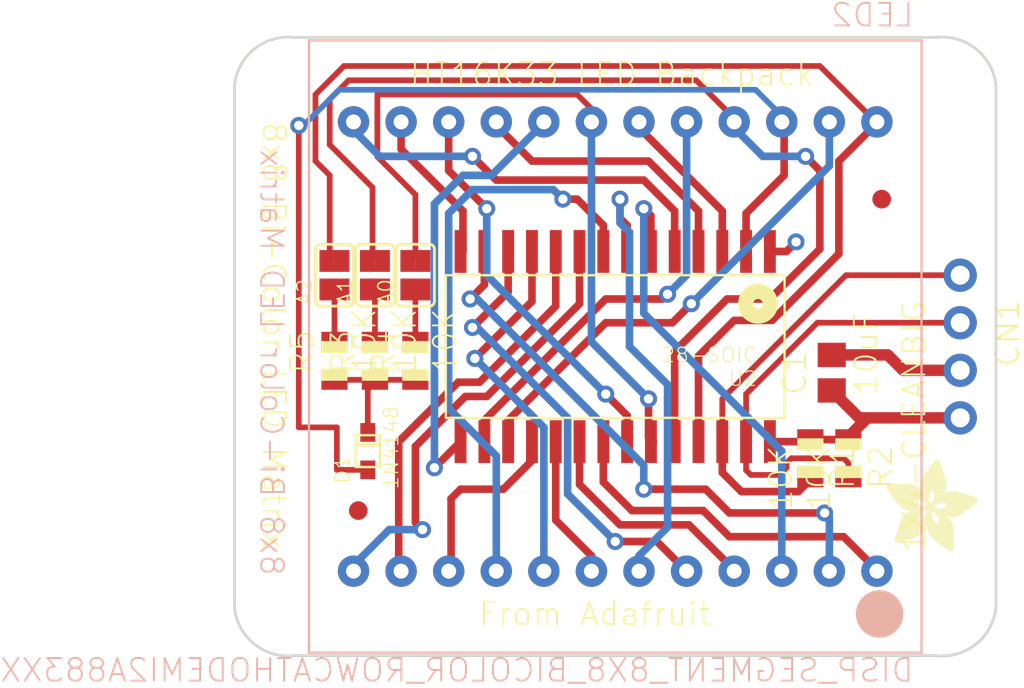
<source format=kicad_pcb>
(kicad_pcb (version 20171130) (host pcbnew "(5.0.0-rc2-dev-623-g26197c333)")
  (layers (0 Top signal) (1 Route2 signal) (2 Route3 signal) (3 Route4 signal) (4 Route5 signal) (5 Route6 signal) (6 Route7 signal) (7 Route8 signal) (8 Route9 signal) (9 Route10 signal) (10 Route11 signal) (11 Route12 signal) (12 Route13 signal) (13 Route14 signal) (14 Route15 signal) (31 Bottom signal) (34 B.Paste user) (35 F.Paste user) (36 B.SilkS user) (37 F.SilkS user) (38 B.Mask user) (39 F.Mask user) (44 Edge.Cuts user))
  (net 0 "")
  (net 1 VDD)
  (net 2 GND)
  (net 3 /SCL)
  (net 4 /SDA)
  (net 5 /A1)
  (net 6 "Net-(A1-Pad1)")
  (net 7 /A0)
  (net 8 "Net-(A0-Pad1)")
  (net 9 "Net-(D1-PadC)")
  (net 10 "Net-(LED2-Pad13)")
  (net 11 "Net-(LED2-Pad14)")
  (net 12 "Net-(LED2-Pad15)")
  (net 13 "Net-(LED2-Pad16)")
  (net 14 "Net-(LED2-Pad12)")
  (net 15 "Net-(LED2-Pad11)")
  (net 16 "Net-(LED2-Pad10)")
  (net 17 "Net-(LED2-Pad9)")
  (net 18 /A2)
  (net 19 "Net-(LED2-Pad23)")
  (net 20 "Net-(D1-PadA)")
  (net 21 "Net-(LED2-Pad20)")
  (net 22 "Net-(LED2-Pad19)")
  (net 23 "Net-(LED2-Pad17)")
  (net 24 "Net-(LED2-Pad8)")
  (net 25 "Net-(LED2-Pad7)")
  (net 26 "Net-(LED2-Pad6)")
  (net 27 "Net-(LED2-Pad5)")
  (net 28 "Net-(LED2-Pad4)")
  (net 29 "Net-(LED2-Pad3)")
  (net 30 "Net-(LED2-Pad2)")
  (net 31 "Net-(LED2-Pad1)")
  (net 32 "Net-(A2-Pad1)")
  (module "Adafruit bicolor 8x8:SEGMENT_BICOL_BL-M12A883XX" (layer Bottom) (at 148.5011 105.0036 180)
    (fp_text reference LED2 (at -16 17 180) (layer B.SilkS) (effects (font (size 1.2065 1.2065) (thickness 0.1016)) (justify left bottom mirror)))
    (fp_text value DISP_SEGMENT_8X8_BICOLOR_ROWCATHODEMI2A883XX (at -16 -18 180) (layer B.SilkS) (effects (font (size 1.2065 1.2065) (thickness 0.1016)) (justify left bottom mirror)))
    (pad 13 thru_hole circle (at 13.97 12) (size 1.6764 1.6764) (drill 0.8) (layers *.Cu *.Mask) (net 10 "Net-(LED2-Pad13)"))
    (pad 14 thru_hole circle (at 11.43 12) (size 1.6764 1.6764) (drill 0.8) (layers *.Cu *.Mask) (net 11 "Net-(LED2-Pad14)"))
    (pad 15 thru_hole circle (at 8.89 12) (size 1.6764 1.6764) (drill 0.8) (layers *.Cu *.Mask) (net 12 "Net-(LED2-Pad15)"))
    (pad 16 thru_hole circle (at 6.35 12) (size 1.6764 1.6764) (drill 0.8) (layers *.Cu *.Mask) (net 13 "Net-(LED2-Pad16)"))
    (pad 12 thru_hole circle (at 13.97 -12 180) (size 1.6764 1.6764) (drill 0.8) (layers *.Cu *.Mask) (net 14 "Net-(LED2-Pad12)"))
    (pad 11 thru_hole circle (at 11.43 -12 180) (size 1.6764 1.6764) (drill 0.8) (layers *.Cu *.Mask) (net 15 "Net-(LED2-Pad11)"))
    (pad 10 thru_hole circle (at 8.89 -12 180) (size 1.6764 1.6764) (drill 0.8) (layers *.Cu *.Mask) (net 16 "Net-(LED2-Pad10)"))
    (pad 9 thru_hole circle (at 6.35 -12 180) (size 1.6764 1.6764) (drill 0.8) (layers *.Cu *.Mask) (net 17 "Net-(LED2-Pad9)"))
    (pad 24 thru_hole circle (at -13.97 12) (size 1.6764 1.6764) (drill 0.8) (layers *.Cu *.Mask) (net 18 /A2))
    (pad 23 thru_hole circle (at -11.43 12) (size 1.6764 1.6764) (drill 0.8) (layers *.Cu *.Mask) (net 19 "Net-(LED2-Pad23)"))
    (pad 22 thru_hole circle (at -8.89 12) (size 1.6764 1.6764) (drill 0.8) (layers *.Cu *.Mask) (net 20 "Net-(D1-PadA)"))
    (pad 21 thru_hole circle (at -6.35 12) (size 1.6764 1.6764) (drill 0.8) (layers *.Cu *.Mask) (net 5 /A1))
    (pad 20 thru_hole circle (at -3.81 12) (size 1.6764 1.6764) (drill 0.8) (layers *.Cu *.Mask) (net 21 "Net-(LED2-Pad20)"))
    (pad 19 thru_hole circle (at -1.27 12) (size 1.6764 1.6764) (drill 0.8) (layers *.Cu *.Mask) (net 22 "Net-(LED2-Pad19)"))
    (pad 18 thru_hole circle (at 1.27 12) (size 1.6764 1.6764) (drill 0.8) (layers *.Cu *.Mask) (net 7 /A0))
    (pad 17 thru_hole circle (at 3.81 12) (size 1.6764 1.6764) (drill 0.8) (layers *.Cu *.Mask) (net 23 "Net-(LED2-Pad17)"))
    (pad 8 thru_hole circle (at 3.81 -12 180) (size 1.6764 1.6764) (drill 0.8) (layers *.Cu *.Mask) (net 24 "Net-(LED2-Pad8)"))
    (pad 7 thru_hole circle (at 1.27 -12 180) (size 1.6764 1.6764) (drill 0.8) (layers *.Cu *.Mask) (net 25 "Net-(LED2-Pad7)"))
    (pad 6 thru_hole circle (at -1.27 -12 180) (size 1.6764 1.6764) (drill 0.8) (layers *.Cu *.Mask) (net 26 "Net-(LED2-Pad6)"))
    (pad 5 thru_hole circle (at -3.81 -12 180) (size 1.6764 1.6764) (drill 0.8) (layers *.Cu *.Mask) (net 27 "Net-(LED2-Pad5)"))
    (pad 4 thru_hole circle (at -6.35 -12 180) (size 1.6764 1.6764) (drill 0.8) (layers *.Cu *.Mask) (net 28 "Net-(LED2-Pad4)"))
    (pad 3 thru_hole circle (at -8.89 -12 180) (size 1.6764 1.6764) (drill 0.8) (layers *.Cu *.Mask) (net 29 "Net-(LED2-Pad3)"))
    (pad 2 thru_hole circle (at -11.43 -12 180) (size 1.6764 1.6764) (drill 0.8) (layers *.Cu *.Mask) (net 30 "Net-(LED2-Pad2)"))
    (pad 1 thru_hole circle (at -13.97 -12 180) (size 1.6764 1.6764) (drill 0.8) (layers *.Cu *.Mask) (net 31 "Net-(LED2-Pad1)"))
  )
  (module "" (layer Top) (at 130.0861 118.9736)
    (fp_text reference @HOLE0 hide)
    (fp_text value "" (at 0 0) (layer F.SilkS) (effects (font (size 1.27 1.27))))
    (pad "" np_thru_hole circle (at 0 0) (size 2 2) (drill 2) (layers *.Cu))
  )
  (module "" (layer Top) (at 166.9161 118.9736)
    (fp_text reference @HOLE1 hide)
    (fp_text value "" (at 0 0) (layer F.SilkS) (effects (font (size 1.27 1.27))))
    (pad "" np_thru_hole circle (at 0 0) (size 2 2) (drill 2) (layers *.Cu))
  )
  (module "" (layer Top) (at 130.0861 91.0336)
    (fp_text reference @HOLE2 hide)
    (fp_text value "" (at 0 0) (layer F.SilkS) (effects (font (size 1.27 1.27))))
    (pad "" np_thru_hole circle (at 0 0) (size 2 2) (drill 2) (layers *.Cu))
  )
  (module "" (layer Top) (at 166.9161 91.0336)
    (fp_text reference @HOLE3 hide)
    (fp_text value "" (at 0 0) (layer F.SilkS) (effects (font (size 1.27 1.27))))
    (pad "" np_thru_hole circle (at 0 0) (size 2 2) (drill 2) (layers *.Cu))
  )
  (module "Adafruit bicolor 8x8:R0805" (layer Top) (at 158.9151 110.9726 270)
    (fp_text reference R1 (at -0.762 -1.016 270) (layer F.SilkS) (effects (font (size 1.2065 1.2065) (thickness 0.1016)) (justify right top)))
    (fp_text value 10K (at -0.762 2.286 270) (layer F.SilkS) (effects (font (size 1.2065 1.2065) (thickness 0.1016)) (justify right top)))
    (pad 2 smd rect (at 1 0 270) (size 1.1 1.4) (layers Top F.Paste F.Mask) (net 3 /SCL))
    (pad 1 smd rect (at -1 0 270) (size 1.1 1.4) (layers Top F.Paste F.Mask) (net 1 VDD))
  )
  (module "Adafruit bicolor 8x8:R0805" (layer Top) (at 160.9471 110.9726 270)
    (fp_text reference R2 (at -0.762 -1.016 270) (layer F.SilkS) (effects (font (size 1.2065 1.2065) (thickness 0.1016)) (justify right top)))
    (fp_text value 10K (at -0.762 2.286 270) (layer F.SilkS) (effects (font (size 1.2065 1.2065) (thickness 0.1016)) (justify right top)))
    (pad 2 smd rect (at 1 0 270) (size 1.1 1.4) (layers Top F.Paste F.Mask) (net 4 /SDA))
    (pad 1 smd rect (at -1 0 270) (size 1.1 1.4) (layers Top F.Paste F.Mask) (net 1 VDD))
  )
  (module "Adafruit bicolor 8x8:1X04-CLEANBIG" (layer Top) (at 166.9161 105.0036 270)
    (fp_text reference CN1 (at -2.6162 -1.8288 270) (layer F.SilkS) (effects (font (size 1.2065 1.2065) (thickness 0.127)) (justify right top)))
    (fp_text value 1X4-CLEANBIG (at -2.54 3.175 270) (layer F.SilkS) (effects (font (size 1.2065 1.2065) (thickness 0.1016)) (justify right top)))
    (pad 4 thru_hole circle (at 3.81 0) (size 1.778 1.778) (drill 1.016) (layers *.Cu *.Mask) (net 1 VDD))
    (pad 3 thru_hole circle (at 1.27 0) (size 1.778 1.778) (drill 1.016) (layers *.Cu *.Mask) (net 2 GND))
    (pad 2 thru_hole circle (at -1.27 0) (size 1.778 1.778) (drill 1.016) (layers *.Cu *.Mask) (net 4 /SDA))
    (pad 1 thru_hole circle (at -3.81 0) (size 1.778 1.778) (drill 1.016) (layers *.Cu *.Mask) (net 3 /SCL))
  )
  (module "Adafruit bicolor 8x8:SOLDERJUMPER_REFLOW_NOPASTE" (layer Top) (at 135.6741 101.1936 90)
    (fp_text reference A1 (at -1.651 -1.143 90) (layer F.SilkS) (effects (font (size 0.77216 0.77216) (thickness 0.08128)) (justify left bottom)))
    (fp_text value SOLDERJUMPERREFLOW_NOPASTE (at 0.4001 0 90) (layer F.SilkS) (effects (font (size 0.019 0.019) (thickness 0.0016)) (justify left bottom)))
    (pad 2 smd rect (at 0.762 0 90) (size 1.1684 1.6002) (layers Top F.Mask) (net 5 /A1))
    (pad 1 smd rect (at -0.762 0 90) (size 1.1684 1.6002) (layers Top F.Mask) (net 6 "Net-(A1-Pad1)"))
  )
  (module "Adafruit bicolor 8x8:SOLDERJUMPER_REFLOW_NOPASTE" (layer Top) (at 137.8331 101.1936 90)
    (fp_text reference A0 (at -1.651 -1.143 90) (layer F.SilkS) (effects (font (size 0.77216 0.77216) (thickness 0.08128)) (justify left bottom)))
    (fp_text value SOLDERJUMPERREFLOW_NOPASTE (at 0.4001 0 90) (layer F.SilkS) (effects (font (size 0.019 0.019) (thickness 0.0016)) (justify left bottom)))
    (pad 2 smd rect (at 0.762 0 90) (size 1.1684 1.6002) (layers Top F.Mask) (net 7 /A0))
    (pad 1 smd rect (at -0.762 0 90) (size 1.1684 1.6002) (layers Top F.Mask) (net 8 "Net-(A0-Pad1)"))
  )
  (module "Adafruit bicolor 8x8:FIDUCIAL_1MM" (layer Top) (at 162.7251 97.1296)
    (fp_text reference U$1 hide)
    (fp_text value FIDUCIAL hide)
    (pad 1 smd roundrect (at 0 0) (size 1 1) (layers Top F.Mask) (roundrect_rratio 0.5))
  )
  (module "Adafruit bicolor 8x8:FIDUCIAL_1MM" (layer Top) (at 134.7851 113.7666)
    (fp_text reference U$2 hide)
    (fp_text value FIDUCIAL hide)
    (pad 1 smd roundrect (at 0 0) (size 1 1) (layers Top F.Mask) (roundrect_rratio 0.5))
  )
  (module "Adafruit bicolor 8x8:C0805" (layer Top) (at 160.0581 106.4006 90)
    (fp_text reference C1 (at -1.27 -1.27 90) (layer F.SilkS) (effects (font (size 1.2065 1.2065) (thickness 0.1016)) (justify left bottom)))
    (fp_text value 10uF (at -1.27 2.54 90) (layer F.SilkS) (effects (font (size 1.2065 1.2065) (thickness 0.1016)) (justify left bottom)))
    (pad 2 smd rect (at 0.95 0 90) (size 1.3 1.5) (layers Top F.Paste F.Mask) (net 2 GND))
    (pad 1 smd rect (at -0.95 0 90) (size 1.3 1.5) (layers Top F.Paste F.Mask) (net 1 VDD))
  )
  (module "Adafruit bicolor 8x8:R0805" (layer Top) (at 135.6741 105.7656 90)
    (fp_text reference R3 (at -0.762 -1.016 90) (layer F.SilkS) (effects (font (size 1.2065 1.2065) (thickness 0.1016)) (justify left bottom)))
    (fp_text value 10K (at -0.762 2.286 90) (layer F.SilkS) (effects (font (size 1.2065 1.2065) (thickness 0.1016)) (justify left bottom)))
    (pad 2 smd rect (at 1 0 90) (size 1.1 1.4) (layers Top F.Paste F.Mask) (net 6 "Net-(A1-Pad1)"))
    (pad 1 smd rect (at -1 0 90) (size 1.1 1.4) (layers Top F.Paste F.Mask) (net 9 "Net-(D1-PadC)"))
  )
  (module "Adafruit bicolor 8x8:R0805" (layer Top) (at 137.8331 105.7656 90)
    (fp_text reference R4 (at -0.762 -1.016 90) (layer F.SilkS) (effects (font (size 1.2065 1.2065) (thickness 0.1016)) (justify left bottom)))
    (fp_text value 10K (at -0.762 2.286 90) (layer F.SilkS) (effects (font (size 1.2065 1.2065) (thickness 0.1016)) (justify left bottom)))
    (pad 2 smd rect (at 1 0 90) (size 1.1 1.4) (layers Top F.Paste F.Mask) (net 8 "Net-(A0-Pad1)"))
    (pad 1 smd rect (at -1 0 90) (size 1.1 1.4) (layers Top F.Paste F.Mask) (net 9 "Net-(D1-PadC)"))
  )
  (module "Adafruit bicolor 8x8:SOP28_300MIL" (layer Top) (at 148.5011 105.0036 180)
    (fp_text reference U2 (at -7.62 -1.27 180) (layer F.SilkS) (effects (font (size 0.77216 0.77216) (thickness 0.065024)) (justify right top)))
    (fp_text value 28-SOIC (at -7.62 0 180) (layer F.SilkS) (effects (font (size 0.77216 0.77216) (thickness 0.065024)) (justify right top)))
    (pad P$28 smd rect (at -8.255 -5.08) (size 0.635 2.286) (layers Top F.Paste F.Mask) (net 1 VDD))
    (pad P$27 smd rect (at -6.985 -5.08) (size 0.635 2.286) (layers Top F.Paste F.Mask) (net 4 /SDA))
    (pad P$26 smd rect (at -5.715 -5.08) (size 0.635 2.286) (layers Top F.Paste F.Mask) (net 3 /SCL))
    (pad P$25 smd rect (at -4.445 -5.08) (size 0.635 2.286) (layers Top F.Paste F.Mask) (net 18 /A2))
    (pad P$24 smd rect (at -3.175 -5.08) (size 0.635 2.286) (layers Top F.Paste F.Mask) (net 5 /A1))
    (pad P$23 smd rect (at -1.905 -5.08) (size 0.635 2.286) (layers Top F.Paste F.Mask) (net 7 /A0))
    (pad P$22 smd rect (at -0.635 -5.08) (size 0.635 2.286) (layers Top F.Paste F.Mask) (net 12 "Net-(LED2-Pad15)"))
    (pad P$21 smd rect (at 0.635 -5.08) (size 0.635 2.286) (layers Top F.Paste F.Mask) (net 31 "Net-(LED2-Pad1)"))
    (pad P$20 smd rect (at 1.905 -5.08) (size 0.635 2.286) (layers Top F.Paste F.Mask) (net 28 "Net-(LED2-Pad4)"))
    (pad P$19 smd rect (at 3.175 -5.08) (size 0.635 2.286) (layers Top F.Paste F.Mask) (net 25 "Net-(LED2-Pad7)"))
    (pad P$18 smd rect (at 4.445 -5.08) (size 0.635 2.286) (layers Top F.Paste F.Mask) (net 16 "Net-(LED2-Pad10)"))
    (pad P$17 smd rect (at 5.715 -5.08) (size 0.635 2.286) (layers Top F.Paste F.Mask) (net 19 "Net-(LED2-Pad23)"))
    (pad P$16 smd rect (at 6.985 -5.08) (size 0.635 2.286) (layers Top F.Paste F.Mask) (net 21 "Net-(LED2-Pad20)"))
    (pad P$15 smd rect (at 8.255 -5.08) (size 0.635 2.286) (layers Top F.Paste F.Mask) (net 23 "Net-(LED2-Pad17)"))
    (pad P$14 smd rect (at 8.255 5.08 180) (size 0.635 2.286) (layers Top F.Paste F.Mask) (net 11 "Net-(LED2-Pad14)"))
    (pad P$13 smd rect (at 6.985 5.08 180) (size 0.635 2.286) (layers Top F.Paste F.Mask) (net 30 "Net-(LED2-Pad2)"))
    (pad P$12 smd rect (at 5.715 5.08 180) (size 0.635 2.286) (layers Top F.Paste F.Mask) (net 27 "Net-(LED2-Pad5)"))
    (pad P$11 smd rect (at 4.445 5.08 180) (size 0.635 2.286) (layers Top F.Paste F.Mask) (net 24 "Net-(LED2-Pad8)"))
    (pad P$10 smd rect (at 3.175 5.08 180) (size 0.635 2.286) (layers Top F.Paste F.Mask) (net 15 "Net-(LED2-Pad11)"))
    (pad P$9 smd rect (at 1.905 5.08 180) (size 0.635 2.286) (layers Top F.Paste F.Mask) (net 14 "Net-(LED2-Pad12)"))
    (pad P$8 smd rect (at 0.635 5.08 180) (size 0.635 2.286) (layers Top F.Paste F.Mask) (net 17 "Net-(LED2-Pad9)"))
    (pad P$7 smd rect (at -0.635 5.08 180) (size 0.635 2.286) (layers Top F.Paste F.Mask) (net 26 "Net-(LED2-Pad6)"))
    (pad P$6 smd rect (at -1.905 5.08 180) (size 0.635 2.286) (layers Top F.Paste F.Mask) (net 29 "Net-(LED2-Pad3)"))
    (pad P$5 smd rect (at -3.175 5.08 180) (size 0.635 2.286) (layers Top F.Paste F.Mask) (net 10 "Net-(LED2-Pad13)"))
    (pad P$4 smd rect (at -4.445 5.08 180) (size 0.635 2.286) (layers Top F.Paste F.Mask) (net 13 "Net-(LED2-Pad16)"))
    (pad P$3 smd rect (at -5.715 5.08 180) (size 0.635 2.286) (layers Top F.Paste F.Mask) (net 22 "Net-(LED2-Pad19)"))
    (pad P$2 smd rect (at -6.985 5.08 180) (size 0.635 2.286) (layers Top F.Paste F.Mask) (net 20 "Net-(D1-PadA)"))
    (pad P$1 smd rect (at -8.255 5.08 180) (size 0.635 2.286) (layers Top F.Paste F.Mask) (net 2 GND))
  )
  (module "Adafruit bicolor 8x8:R0805" (layer Top) (at 133.5151 105.7656 90)
    (fp_text reference R5 (at -0.762 -1.016 90) (layer F.SilkS) (effects (font (size 1.2065 1.2065) (thickness 0.1016)) (justify left bottom)))
    (fp_text value 10K (at -0.762 2.286 90) (layer F.SilkS) (effects (font (size 1.2065 1.2065) (thickness 0.1016)) (justify left bottom)))
    (pad 2 smd rect (at 1 0 90) (size 1.1 1.4) (layers Top F.Paste F.Mask) (net 32 "Net-(A2-Pad1)"))
    (pad 1 smd rect (at -1 0 90) (size 1.1 1.4) (layers Top F.Paste F.Mask) (net 9 "Net-(D1-PadC)"))
  )
  (module "Adafruit bicolor 8x8:SOLDERJUMPER_REFLOW_NOPASTE" (layer Top) (at 133.5151 101.1936 90)
    (fp_text reference A2 (at -1.651 -1.143 90) (layer F.SilkS) (effects (font (size 0.77216 0.77216) (thickness 0.08128)) (justify left bottom)))
    (fp_text value SOLDERJUMPERREFLOW_NOPASTE (at 0.4001 0 90) (layer F.SilkS) (effects (font (size 0.019 0.019) (thickness 0.0016)) (justify left bottom)))
    (pad 2 smd rect (at 0.762 0 90) (size 1.1684 1.6002) (layers Top F.Mask) (net 18 /A2))
    (pad 1 smd rect (at -0.762 0 90) (size 1.1684 1.6002) (layers Top F.Mask) (net 32 "Net-(A2-Pad1)"))
  )
  (module "Adafruit bicolor 8x8:SOD-323F" (layer Top) (at 135.2931 110.5916 90)
    (fp_text reference D1 (at -1.8 -0.9 90) (layer F.SilkS) (effects (font (size 0.77216 0.77216) (thickness 0.065024)) (justify left bottom)))
    (fp_text value 1N4148 (at -2.1 1.7 90) (layer F.SilkS) (effects (font (size 0.77216 0.77216) (thickness 0.065024)) (justify left bottom)))
    (pad C smd rect (at 1 0 90) (size 1 0.8) (layers Top F.Paste F.Mask) (net 9 "Net-(D1-PadC)"))
    (pad A smd rect (at -1 0 90) (size 1 0.8) (layers Top F.Paste F.Mask) (net 20 "Net-(D1-PadA)"))
  )
  (module "Adafruit bicolor 8x8:ADAFRUIT_5MM" (layer Top) (at 162.9791 115.9256)
    (fp_text reference U$3 hide)
    (fp_text value "" hide)
  )
  (gr_arc (start 131.0386 91.3511) (end 128.1811 91.0336) (angle 90) (layer Edge.Cuts) (width 0.15))
  (gr_line (start 131.3561 88.4936) (end 165.6461 88.4936) (layer Edge.Cuts) (width 0.15))
  (gr_arc (start 165.9636 91.3511) (end 165.6461 88.4936) (angle 90) (layer Edge.Cuts) (width 0.15))
  (gr_line (start 168.8211 91.0336) (end 168.8211 118.9736) (layer Edge.Cuts) (width 0.15))
  (gr_arc (start 165.9636 118.6561) (end 168.8211 118.9736) (angle 90) (layer Edge.Cuts) (width 0.15))
  (gr_line (start 165.6461 121.5136) (end 131.3561 121.5136) (layer Edge.Cuts) (width 0.15))
  (gr_arc (start 131.0386 118.6561) (end 131.3561 121.5136) (angle 90) (layer Edge.Cuts) (width 0.15))
  (gr_line (start 128.1811 118.9736) (end 128.1811 91.0336) (layer Edge.Cuts) (width 0.15))
  (gr_text "From Adafruit" (at 141.1351 119.9896) (layer F.SilkS) (effects (font (size 1.2065 1.2065) (thickness 0.1016)) (justify left bottom)))
  (gr_text "HT16K33 LED Backpack" (at 137.4521 91.1606) (layer F.SilkS) (effects (font (size 1.2065 1.2065) (thickness 0.1016)) (justify left bottom)))
  (gr_text "8x8 Bi-Color LED Matrix" (at 129.5781 92.9386 270) (layer F.SilkS) (effects (font (size 1.2065 1.2065) (thickness 0.1016)) (justify left bottom)))
  (gr_text "8x8 Bi-Color LED Matrix" (at 129.4511 117.3226 -90) (layer B.SilkS) (effects (font (size 1.2065 1.2065) (thickness 0.1016)) (justify left bottom mirror)))
  (segment (start 146.5961 102.7176) (end 146.5961 99.9236) (width 0.4064) (layer Top) (net 14))
  (segment (start 146.5961 102.7176) (end 141.6431 107.6706) (width 0.4064) (layer Top) (net 14))
  (segment (start 141.6431 107.6706) (end 140.5001 107.6706) (width 0.4064) (layer Top) (net 14))
  (segment (start 137.8331 114.4016) (end 138.2141 114.7826) (width 0.4064) (layer Top) (net 14))
  (segment (start 137.8331 110.3376) (end 137.8331 114.4016) (width 0.4064) (layer Top) (net 14))
  (segment (start 140.5001 107.6706) (end 137.8331 110.3376) (width 0.4064) (layer Top) (net 14))
  (segment (start 134.5311 116.6876) (end 134.5311 117.0036) (width 0.4064) (layer Bottom) (net 14))
  (segment (start 138.2141 114.7826) (end 136.4361 114.7826) (width 0.4064) (layer Bottom) (net 14))
  (segment (start 136.4361 114.7826) (end 134.5311 116.6876) (width 0.4064) (layer Bottom) (net 14))
  (via (at 138.2141 114.7826) (size 0.9064) (drill 0.5) (layers Top Bottom) (net 14))
  (segment (start 147.8661 98.5266) (end 147.8661 99.9236) (width 0.4064) (layer Top) (net 17))
  (segment (start 146.4691 97.1296) (end 147.8661 98.5266) (width 0.4064) (layer Top) (net 17))
  (segment (start 145.7071 97.1296) (end 146.4691 97.1296) (width 0.4064) (layer Top) (net 17))
  (segment (start 139.6111 108.3056) (end 142.1511 110.8456) (width 0.4064) (layer Bottom) (net 17))
  (segment (start 142.1511 110.8456) (end 142.1511 117.0036) (width 0.4064) (layer Bottom) (net 17))
  (segment (start 145.1991 96.6216) (end 145.7071 97.1296) (width 0.4064) (layer Bottom) (net 17))
  (segment (start 140.8811 96.6216) (end 145.1991 96.6216) (width 0.4064) (layer Bottom) (net 17))
  (segment (start 140.8811 96.6216) (end 139.6111 97.8916) (width 0.4064) (layer Bottom) (net 17))
  (segment (start 139.6111 97.8916) (end 139.6111 108.3056) (width 0.4064) (layer Bottom) (net 17))
  (via (at 145.7071 97.1296) (size 0.9064) (drill 0.5) (layers Top Bottom) (net 17))
  (segment (start 149.1361 98.5266) (end 149.1361 99.9236) (width 0.4064) (layer Top) (net 26))
  (segment (start 148.7551 98.1456) (end 149.1361 98.5266) (width 0.4064) (layer Top) (net 26))
  (segment (start 148.7551 97.1296) (end 148.7551 98.1456) (width 0.4064) (layer Top) (net 26))
  (segment (start 148.7551 98.3996) (end 148.7551 97.1296) (width 0.4064) (layer Bottom) (net 26))
  (segment (start 149.2631 98.9076) (end 148.7551 98.3996) (width 0.4064) (layer Bottom) (net 26))
  (segment (start 149.2631 105.0036) (end 149.2631 98.9076) (width 0.4064) (layer Bottom) (net 26))
  (segment (start 149.2631 105.0036) (end 151.2951 107.0356) (width 0.4064) (layer Bottom) (net 26))
  (segment (start 151.2951 107.0356) (end 151.2951 114.6556) (width 0.4064) (layer Bottom) (net 26))
  (segment (start 151.2951 114.6556) (end 149.7711 116.1796) (width 0.4064) (layer Bottom) (net 26))
  (segment (start 149.7711 116.1796) (end 149.7711 117.0036) (width 0.4064) (layer Bottom) (net 26))
  (via (at 148.7551 97.1296) (size 0.9064) (drill 0.5) (layers Top Bottom) (net 26))
  (segment (start 150.4061 98.0186) (end 150.4061 99.9236) (width 0.4064) (layer Top) (net 29))
  (segment (start 150.0251 97.6376) (end 150.4061 98.0186) (width 0.4064) (layer Top) (net 29))
  (segment (start 150.0251 103.2256) (end 150.0251 97.6376) (width 0.4064) (layer Bottom) (net 29))
  (segment (start 150.0251 103.2256) (end 157.3911 110.5916) (width 0.4064) (layer Bottom) (net 29))
  (segment (start 157.3911 110.5916) (end 157.3911 117.0036) (width 0.4064) (layer Bottom) (net 29))
  (via (at 150.0251 97.6376) (size 0.9064) (drill 0.5) (layers Top Bottom) (net 29))
  (segment (start 151.6761 97.7646) (end 151.6761 99.9236) (width 0.4064) (layer Top) (net 10))
  (segment (start 150.0251 96.1136) (end 151.6761 97.7646) (width 0.4064) (layer Top) (net 10))
  (segment (start 140.8811 94.8436) (end 142.1511 96.1136) (width 0.4064) (layer Top) (net 10))
  (segment (start 142.1511 96.1136) (end 150.0251 96.1136) (width 0.4064) (layer Top) (net 10))
  (segment (start 134.4041 93.3196) (end 134.5311 93.1926) (width 0.4064) (layer Bottom) (net 10))
  (segment (start 134.5311 93.1926) (end 134.5311 93.0036) (width 0.4064) (layer Bottom) (net 10))
  (segment (start 135.9281 94.8436) (end 140.8811 94.8436) (width 0.4064) (layer Bottom) (net 10))
  (segment (start 135.9281 94.8436) (end 134.4041 93.3196) (width 0.4064) (layer Bottom) (net 10))
  (via (at 140.8811 94.8436) (size 0.9064) (drill 0.5) (layers Top Bottom) (net 10))
  (segment (start 152.9461 97.7646) (end 152.9461 99.9236) (width 0.4064) (layer Top) (net 13))
  (segment (start 150.2791 95.0976) (end 152.9461 97.7646) (width 0.4064) (layer Top) (net 13))
  (segment (start 142.0861 93.0036) (end 142.0241 93.0656) (width 0.4064) (layer Top) (net 13))
  (segment (start 142.1511 93.0036) (end 142.0861 93.0036) (width 0.4064) (layer Top) (net 13))
  (segment (start 144.0561 95.0976) (end 150.2791 95.0976) (width 0.4064) (layer Top) (net 13))
  (segment (start 142.0241 93.0656) (end 144.0561 95.0976) (width 0.4064) (layer Top) (net 13))
  (segment (start 154.2161 99.9236) (end 154.2161 97.7646) (width 0.4064) (layer Top) (net 22))
  (segment (start 149.7711 93.0036) (end 149.7711 92.9386) (width 0.4064) (layer Top) (net 22))
  (segment (start 154.2161 97.7646) (end 149.7711 93.3196) (width 0.4064) (layer Top) (net 22))
  (segment (start 149.7711 93.3196) (end 149.7711 93.0036) (width 0.4064) (layer Top) (net 22))
  (segment (start 155.4861 97.8916) (end 155.4861 99.9236) (width 0.4064) (layer Top) (net 20))
  (segment (start 157.4531 93.0656) (end 157.5181 93.0656) (width 0.4064) (layer Top) (net 20))
  (segment (start 157.3911 93.0036) (end 157.4531 93.0656) (width 0.4064) (layer Top) (net 20))
  (segment (start 157.5181 95.8596) (end 155.4861 97.8916) (width 0.4064) (layer Top) (net 20))
  (segment (start 157.5181 93.0656) (end 157.5181 95.8596) (width 0.4064) (layer Top) (net 20))
  (segment (start 133.6421 111.5916) (end 135.2931 111.5916) (width 0.3048) (layer Top) (net 20))
  (segment (start 133.6421 109.3216) (end 133.6421 111.5916) (width 0.3048) (layer Top) (net 20))
  (segment (start 131.6101 109.3216) (end 133.6421 109.3216) (width 0.3048) (layer Top) (net 20))
  (segment (start 131.6101 93.1926) (end 131.6101 109.3216) (width 0.3048) (layer Top) (net 20))
  (segment (start 131.8641 93.1926) (end 131.6101 93.1926) (width 0.3048) (layer Bottom) (net 20))
  (segment (start 133.7691 91.2876) (end 131.8641 93.1926) (width 0.3048) (layer Bottom) (net 20))
  (segment (start 157.3911 92.6846) (end 157.3911 93.0036) (width 0.3048) (layer Bottom) (net 20))
  (segment (start 133.7691 91.2876) (end 155.9941 91.2876) (width 0.3048) (layer Bottom) (net 20))
  (segment (start 155.9941 91.2876) (end 157.3911 92.6846) (width 0.3048) (layer Bottom) (net 20))
  (via (at 131.6101 93.1926) (size 0.9064) (drill 0.5) (layers Top Bottom) (net 20))
  (segment (start 158.9151 110.0836) (end 158.9151 109.9726) (width 0.4064) (layer Top) (net 1))
  (segment (start 156.7561 110.0836) (end 158.9151 110.0836) (width 0.4064) (layer Top) (net 1))
  (segment (start 160.9471 109.8296) (end 160.9471 109.9726) (width 0.4064) (layer Top) (net 1))
  (segment (start 158.9151 109.9726) (end 160.8041 109.9726) (width 0.4064) (layer Top) (net 1))
  (segment (start 160.8041 109.9726) (end 160.9471 109.8296) (width 0.4064) (layer Top) (net 1))
  (segment (start 160.9471 109.9726) (end 159.9311 109.9726) (width 0.4064) (layer Top) (net 1))
  (segment (start 160.9471 109.8296) (end 161.9631 108.8136) (width 0.6096) (layer Top) (net 1))
  (segment (start 161.9631 108.8136) (end 162.0901 108.8136) (width 0.6096) (layer Top) (net 1))
  (segment (start 162.0901 108.8136) (end 166.9161 108.8136) (width 0.6096) (layer Top) (net 1))
  (segment (start 161.5211 108.8136) (end 160.0581 107.3506) (width 0.6096) (layer Top) (net 1))
  (segment (start 162.0901 108.8136) (end 161.5211 108.8136) (width 0.6096) (layer Top) (net 1))
  (segment (start 156.7561 99.9236) (end 157.6451 99.9236) (width 0.4064) (layer Top) (net 2))
  (segment (start 157.6451 99.9236) (end 158.1531 99.4156) (width 0.4064) (layer Top) (net 2))
  (segment (start 160.0581 105.4506) (end 163.0451 105.4506) (width 0.6096) (layer Top) (net 2))
  (segment (start 163.0451 105.4506) (end 163.8681 106.2736) (width 0.6096) (layer Top) (net 2))
  (segment (start 163.8681 106.2736) (end 166.9161 106.2736) (width 0.6096) (layer Top) (net 2))
  (via (at 158.1531 99.4156) (size 0.9064) (drill 0.5) (layers Top Bottom) (net 2))
  (segment (start 135.6741 104.7656) (end 135.6741 104.8766) (width 0.3048) (layer Top) (net 6))
  (segment (start 135.6741 101.9556) (end 135.6741 104.7656) (width 0.3048) (layer Top) (net 6))
  (segment (start 137.8331 101.9556) (end 137.8331 104.7656) (width 0.3048) (layer Top) (net 8))
  (segment (start 151.6761 105.2576) (end 151.6761 110.0836) (width 0.4064) (layer Top) (net 5))
  (segment (start 154.4701 102.4636) (end 151.6761 105.2576) (width 0.4064) (layer Top) (net 5))
  (segment (start 156.7561 102.4636) (end 154.4701 102.4636) (width 0.4064) (layer Top) (net 5))
  (segment (start 154.7891 93.0656) (end 154.7241 93.0656) (width 0.4064) (layer Bottom) (net 5))
  (segment (start 154.8511 93.0036) (end 154.7891 93.0656) (width 0.4064) (layer Bottom) (net 5))
  (segment (start 159.4231 99.7966) (end 156.7561 102.4636) (width 0.4064) (layer Top) (net 5))
  (segment (start 158.6611 94.8436) (end 159.4231 95.6056) (width 0.4064) (layer Top) (net 5))
  (segment (start 159.4231 95.6056) (end 159.4231 99.7966) (width 0.4064) (layer Top) (net 5))
  (segment (start 154.6591 93.0036) (end 154.5971 93.0656) (width 0.4064) (layer Bottom) (net 5))
  (segment (start 154.8511 93.0036) (end 154.6591 93.0036) (width 0.4064) (layer Bottom) (net 5))
  (segment (start 156.3751 94.8436) (end 158.6611 94.8436) (width 0.4064) (layer Bottom) (net 5))
  (segment (start 154.5971 93.0656) (end 156.3751 94.8436) (width 0.4064) (layer Bottom) (net 5))
  (segment (start 133.2611 91.7956) (end 133.2611 94.2246) (width 0.3048) (layer Top) (net 5))
  (segment (start 134.2771 90.7796) (end 133.2611 91.7956) (width 0.3048) (layer Top) (net 5))
  (segment (start 154.8511 92.8116) (end 154.8511 93.0036) (width 0.3048) (layer Top) (net 5))
  (segment (start 134.2771 90.7796) (end 152.8191 90.7796) (width 0.3048) (layer Top) (net 5))
  (segment (start 152.8191 90.7796) (end 154.8511 92.8116) (width 0.3048) (layer Top) (net 5))
  (segment (start 135.5471 100.4316) (end 135.6741 100.4316) (width 0.3048) (layer Top) (net 5))
  (segment (start 133.2611 94.2246) (end 135.5471 96.5106) (width 0.3048) (layer Top) (net 5))
  (segment (start 135.5471 96.5106) (end 135.5471 100.4316) (width 0.3048) (layer Top) (net 5))
  (via (at 158.6611 94.8436) (size 0.9064) (drill 0.5) (layers Top Bottom) (net 5))
  (segment (start 144.0561 99.9236) (end 144.0561 102.5906) (width 0.4064) (layer Top) (net 24))
  (segment (start 144.0561 102.5906) (end 141.0081 105.6386) (width 0.4064) (layer Top) (net 24))
  (segment (start 141.0081 105.6386) (end 144.6911 109.3216) (width 0.4064) (layer Bottom) (net 24))
  (segment (start 144.6911 109.3216) (end 144.6911 117.0036) (width 0.4064) (layer Bottom) (net 24))
  (via (at 141.0081 105.6386) (size 0.9064) (drill 0.5) (layers Top Bottom) (net 24))
  (segment (start 142.7861 99.9236) (end 142.7861 102.0826) (width 0.4064) (layer Top) (net 27))
  (segment (start 142.7861 102.0826) (end 140.8811 103.9876) (width 0.4064) (layer Top) (net 27))
  (segment (start 150.7251 115.4176) (end 152.3111 117.0036) (width 0.4064) (layer Top) (net 27))
  (segment (start 148.5011 115.4176) (end 150.7251 115.4176) (width 0.4064) (layer Top) (net 27))
  (segment (start 145.9611 112.8776) (end 148.5011 115.4176) (width 0.4064) (layer Bottom) (net 27))
  (segment (start 140.8811 103.9876) (end 141.1351 103.9876) (width 0.4064) (layer Bottom) (net 27))
  (segment (start 145.9611 108.8136) (end 145.9611 112.8776) (width 0.4064) (layer Bottom) (net 27))
  (segment (start 141.1351 103.9876) (end 145.9611 108.8136) (width 0.4064) (layer Bottom) (net 27))
  (via (at 140.8811 103.9876) (size 0.9064) (drill 0.5) (layers Top Bottom) (net 27))
  (via (at 148.5011 115.4176) (size 0.9064) (drill 0.5) (layers Top Bottom) (net 27))
  (segment (start 144.0561 110.0836) (end 144.0561 111.0996) (width 0.4064) (layer Top) (net 16))
  (segment (start 144.0561 111.0996) (end 142.5321 112.6236) (width 0.4064) (layer Top) (net 16))
  (segment (start 142.5321 112.6236) (end 140.2461 112.6236) (width 0.4064) (layer Top) (net 16))
  (segment (start 140.2461 112.6236) (end 139.7381 113.1316) (width 0.4064) (layer Top) (net 16))
  (segment (start 139.7381 117.0686) (end 139.6731 117.0036) (width 0.4064) (layer Top) (net 16))
  (segment (start 139.6731 117.0036) (end 139.6111 117.0036) (width 0.4064) (layer Top) (net 16))
  (segment (start 139.7381 113.1316) (end 139.7381 117.0686) (width 0.4064) (layer Top) (net 16))
  (segment (start 145.3261 110.0836) (end 145.3261 114.2746) (width 0.4064) (layer Top) (net 25))
  (segment (start 145.3261 114.2746) (end 147.2311 116.1796) (width 0.4064) (layer Top) (net 25))
  (segment (start 147.3581 116.9416) (end 147.2961 117.0036) (width 0.4064) (layer Top) (net 25))
  (segment (start 147.2961 117.0036) (end 147.2311 117.0036) (width 0.4064) (layer Top) (net 25))
  (segment (start 147.2311 116.1796) (end 147.2311 116.8146) (width 0.4064) (layer Top) (net 25))
  (segment (start 147.2311 116.8146) (end 147.3581 116.9416) (width 0.4064) (layer Top) (net 25))
  (segment (start 147.8661 112.2426) (end 147.8661 110.0836) (width 0.4064) (layer Top) (net 31))
  (segment (start 149.3901 113.7666) (end 147.8661 112.2426) (width 0.4064) (layer Top) (net 31))
  (segment (start 162.4711 116.9416) (end 162.4711 116.6876) (width 0.4064) (layer Top) (net 31))
  (segment (start 153.2001 113.7666) (end 149.3901 113.7666) (width 0.4064) (layer Top) (net 31))
  (segment (start 154.5971 115.1636) (end 153.2001 113.7666) (width 0.4064) (layer Top) (net 31))
  (segment (start 162.4711 116.9416) (end 162.4711 117.0036) (width 0.4064) (layer Top) (net 31))
  (segment (start 160.6931 115.1636) (end 154.5971 115.1636) (width 0.4064) (layer Top) (net 31))
  (segment (start 160.6931 115.1636) (end 162.4711 116.9416) (width 0.4064) (layer Top) (net 31))
  (segment (start 149.1361 108.6866) (end 149.1361 110.0836) (width 0.4064) (layer Top) (net 12))
  (segment (start 147.9931 107.5436) (end 149.1361 108.6866) (width 0.4064) (layer Top) (net 12))
  (segment (start 141.6431 101.1936) (end 147.9931 107.5436) (width 0.4064) (layer Bottom) (net 12))
  (segment (start 141.6431 97.6376) (end 141.6431 101.1936) (width 0.4064) (layer Bottom) (net 12))
  (segment (start 141.6431 97.6376) (end 139.6111 95.6056) (width 0.4064) (layer Top) (net 12))
  (segment (start 139.6111 95.6056) (end 139.6111 93.0036) (width 0.4064) (layer Top) (net 12))
  (via (at 147.9931 107.5436) (size 0.9064) (drill 0.5) (layers Top Bottom) (net 12))
  (via (at 141.6431 97.6376) (size 0.9064) (drill 0.5) (layers Top Bottom) (net 12))
  (segment (start 146.5961 112.3696) (end 146.5961 110.0836) (width 0.4064) (layer Top) (net 28))
  (segment (start 148.7551 114.5286) (end 146.5961 112.3696) (width 0.4064) (layer Top) (net 28))
  (segment (start 154.8511 117.0036) (end 154.8511 116.9416) (width 0.4064) (layer Top) (net 28))
  (segment (start 152.4381 114.5286) (end 148.7551 114.5286) (width 0.4064) (layer Top) (net 28))
  (segment (start 154.8511 116.9416) (end 152.4381 114.5286) (width 0.4064) (layer Top) (net 28))
  (segment (start 142.7861 108.9406) (end 142.7861 110.0836) (width 0.4064) (layer Top) (net 19))
  (segment (start 147.9931 103.7336) (end 142.7861 108.9406) (width 0.4064) (layer Top) (net 19))
  (segment (start 147.9931 103.7336) (end 151.5491 103.7336) (width 0.4064) (layer Top) (net 19))
  (segment (start 151.5491 103.7336) (end 152.5651 102.7176) (width 0.4064) (layer Top) (net 19))
  (segment (start 152.5651 102.7176) (end 159.9311 95.3516) (width 0.4064) (layer Bottom) (net 19))
  (segment (start 159.9311 95.3516) (end 159.9311 93.0036) (width 0.4064) (layer Bottom) (net 19))
  (via (at 152.5651 102.7176) (size 0.9064) (drill 0.5) (layers Top Bottom) (net 19))
  (segment (start 141.5161 108.9406) (end 141.5161 110.0836) (width 0.4064) (layer Top) (net 21))
  (segment (start 147.9931 102.4636) (end 141.5161 108.9406) (width 0.4064) (layer Top) (net 21))
  (segment (start 147.9931 102.4636) (end 151.0411 102.4636) (width 0.4064) (layer Top) (net 21))
  (segment (start 151.0411 102.4636) (end 151.2951 102.2096) (width 0.4064) (layer Top) (net 21))
  (segment (start 151.2951 102.2096) (end 152.3111 101.1936) (width 0.4064) (layer Bottom) (net 21))
  (segment (start 152.3111 101.1936) (end 152.3111 93.0036) (width 0.4064) (layer Bottom) (net 21))
  (via (at 151.2951 102.2096) (size 0.9064) (drill 0.5) (layers Top Bottom) (net 21))
  (segment (start 137.0711 93.0036) (end 137.0711 94.4626) (width 0.4064) (layer Top) (net 11))
  (segment (start 140.3731 99.9236) (end 140.2461 99.9236) (width 0.4064) (layer Top) (net 11))
  (segment (start 137.0711 94.4626) (end 140.3731 97.7646) (width 0.4064) (layer Top) (net 11))
  (segment (start 140.3731 97.7646) (end 140.3731 99.9236) (width 0.4064) (layer Top) (net 11))
  (segment (start 138.8491 111.4806) (end 140.2461 110.0836) (width 0.4064) (layer Top) (net 23))
  (segment (start 138.8491 106.9086) (end 138.8491 111.4806) (width 0.4064) (layer Bottom) (net 23))
  (segment (start 138.8491 106.9086) (end 138.8491 106.6546) (width 0.4064) (layer Bottom) (net 23))
  (segment (start 138.8491 97.3836) (end 138.8491 106.9086) (width 0.4064) (layer Bottom) (net 23))
  (segment (start 140.3731 95.8596) (end 138.8491 97.3836) (width 0.4064) (layer Bottom) (net 23))
  (segment (start 140.3731 95.8596) (end 141.8971 95.8596) (width 0.4064) (layer Bottom) (net 23))
  (segment (start 144.6911 93.0656) (end 144.6911 93.0036) (width 0.4064) (layer Bottom) (net 23))
  (segment (start 141.8971 95.8596) (end 144.6911 93.0656) (width 0.4064) (layer Bottom) (net 23))
  (via (at 138.8491 111.4806) (size 0.9064) (drill 0.5) (layers Top Bottom) (net 23))
  (segment (start 141.5161 101.7016) (end 141.5161 99.9236) (width 0.4064) (layer Top) (net 30))
  (segment (start 140.7541 102.4636) (end 141.5161 101.7016) (width 0.4064) (layer Top) (net 30))
  (segment (start 160.1231 117.0036) (end 160.1851 116.9416) (width 0.4064) (layer Bottom) (net 30))
  (segment (start 159.9311 117.0036) (end 160.1231 117.0036) (width 0.4064) (layer Bottom) (net 30))
  (segment (start 160.1851 116.9416) (end 160.0581 116.8146) (width 0.4064) (layer Bottom) (net 30))
  (segment (start 141.1351 102.4636) (end 140.7541 102.4636) (width 0.4064) (layer Bottom) (net 30))
  (segment (start 150.0251 112.6236) (end 150.0251 111.3536) (width 0.4064) (layer Bottom) (net 30))
  (segment (start 150.0251 111.3536) (end 141.1351 102.4636) (width 0.4064) (layer Bottom) (net 30))
  (segment (start 159.6771 113.8936) (end 154.5971 113.8936) (width 0.4064) (layer Top) (net 30))
  (segment (start 154.5971 113.8936) (end 153.3271 112.6236) (width 0.4064) (layer Top) (net 30))
  (segment (start 153.3271 112.6236) (end 150.0251 112.6236) (width 0.4064) (layer Top) (net 30))
  (segment (start 159.9311 114.1476) (end 159.6771 113.8936) (width 0.4064) (layer Bottom) (net 30))
  (segment (start 159.9311 117.0036) (end 159.9311 114.1476) (width 0.4064) (layer Bottom) (net 30))
  (via (at 140.7541 102.4636) (size 0.9064) (drill 0.5) (layers Top Bottom) (net 30))
  (via (at 150.0251 112.6236) (size 0.9064) (drill 0.5) (layers Top Bottom) (net 30))
  (via (at 159.6771 113.8936) (size 0.9064) (drill 0.5) (layers Top Bottom) (net 30))
  (segment (start 145.3261 99.9236) (end 145.3261 102.8446) (width 0.4064) (layer Top) (net 15))
  (segment (start 145.3261 102.8446) (end 141.2621 106.9086) (width 0.4064) (layer Top) (net 15))
  (segment (start 141.2621 106.9086) (end 140.1191 106.9086) (width 0.4064) (layer Top) (net 15))
  (segment (start 136.9441 116.8766) (end 137.0711 117.0036) (width 0.4064) (layer Top) (net 15))
  (segment (start 140.1191 106.9086) (end 136.9441 110.0836) (width 0.4064) (layer Top) (net 15))
  (segment (start 136.9441 110.0836) (end 136.9441 116.8766) (width 0.4064) (layer Top) (net 15))
  (segment (start 147.2311 93.0036) (end 147.2311 104.7496) (width 0.4064) (layer Bottom) (net 7))
  (segment (start 147.2311 104.7496) (end 150.2791 107.7976) (width 0.4064) (layer Bottom) (net 7))
  (segment (start 150.5331 110.0836) (end 150.4061 110.0836) (width 0.4064) (layer Top) (net 7))
  (segment (start 150.2791 107.7976) (end 150.2791 109.8296) (width 0.4064) (layer Top) (net 7))
  (segment (start 150.2791 109.8296) (end 150.5331 110.0836) (width 0.4064) (layer Top) (net 7))
  (segment (start 135.8011 91.5416) (end 135.8011 94.8596) (width 0.3048) (layer Top) (net 7))
  (segment (start 135.8011 91.5416) (end 146.4691 91.5416) (width 0.3048) (layer Top) (net 7))
  (segment (start 147.2311 93.0036) (end 147.2311 93.0656) (width 0.3048) (layer Top) (net 7))
  (segment (start 146.4691 91.5416) (end 147.2311 92.3036) (width 0.3048) (layer Top) (net 7))
  (segment (start 147.2311 92.3036) (end 147.2311 93.0036) (width 0.3048) (layer Top) (net 7))
  (segment (start 135.8011 94.8596) (end 137.8331 96.8916) (width 0.3048) (layer Top) (net 7))
  (segment (start 137.8331 96.8916) (end 137.8331 100.4316) (width 0.3048) (layer Top) (net 7))
  (via (at 150.2791 107.7976) (size 0.9064) (drill 0.5) (layers Top Bottom) (net 7))
  (segment (start 152.9461 105.5116) (end 152.9461 110.0836) (width 0.4064) (layer Top) (net 18))
  (segment (start 154.8511 103.6066) (end 152.9461 105.5116) (width 0.4064) (layer Top) (net 18))
  (segment (start 156.8831 103.6066) (end 154.8511 103.6066) (width 0.4064) (layer Top) (net 18))
  (segment (start 160.4391 100.0506) (end 156.8831 103.6066) (width 0.4064) (layer Top) (net 18))
  (segment (start 162.4711 93.0656) (end 162.4711 93.0036) (width 0.4064) (layer Top) (net 18))
  (segment (start 160.4391 95.0976) (end 160.4391 100.0506) (width 0.4064) (layer Top) (net 18))
  (segment (start 162.4711 93.0656) (end 160.4391 95.0976) (width 0.4064) (layer Top) (net 18))
  (segment (start 134.0231 90.0176) (end 132.4991 91.5416) (width 0.3048) (layer Top) (net 18))
  (segment (start 134.0231 90.0176) (end 159.4231 90.0176) (width 0.3048) (layer Top) (net 18))
  (segment (start 159.4231 90.0176) (end 162.4711 93.0656) (width 0.3048) (layer Top) (net 18))
  (segment (start 132.4991 91.5416) (end 132.4991 95.0976) (width 0.3048) (layer Top) (net 18))
  (segment (start 132.4991 95.0976) (end 133.2611 95.8596) (width 0.3048) (layer Top) (net 18))
  (segment (start 133.2611 100.4316) (end 133.5151 100.4316) (width 0.3048) (layer Top) (net 18))
  (segment (start 133.2611 95.8596) (end 133.2611 100.4316) (width 0.3048) (layer Top) (net 18))
  (segment (start 133.5151 101.9556) (end 133.5151 104.7656) (width 0.3048) (layer Top) (net 32))
  (segment (start 135.6581 106.7816) (end 135.5471 106.7816) (width 0.3048) (layer Top) (net 9))
  (segment (start 137.8331 106.7656) (end 137.8171 106.7816) (width 0.3048) (layer Top) (net 9))
  (segment (start 137.8171 106.7816) (end 135.8011 106.7816) (width 0.3048) (layer Top) (net 9))
  (segment (start 135.8011 106.7816) (end 135.6581 106.7816) (width 0.3048) (layer Top) (net 9))
  (segment (start 133.4991 106.7816) (end 133.3881 106.7816) (width 0.3048) (layer Top) (net 9))
  (segment (start 133.4991 106.7816) (end 133.5151 106.7656) (width 0.3048) (layer Top) (net 9))
  (segment (start 135.6581 106.7816) (end 135.6741 106.7656) (width 0.3048) (layer Top) (net 9))
  (segment (start 135.6581 106.7816) (end 133.4991 106.7816) (width 0.3048) (layer Top) (net 9))
  (segment (start 135.8011 106.7816) (end 135.7851 106.7656) (width 0.3048) (layer Top) (net 9))
  (segment (start 135.7851 106.7656) (end 135.6741 106.7656) (width 0.3048) (layer Top) (net 9))
  (segment (start 135.2931 107.2896) (end 135.2931 109.5916) (width 0.3048) (layer Top) (net 9))
  (segment (start 135.8011 106.7816) (end 135.2931 107.2896) (width 0.3048) (layer Top) (net 9))
  (segment (start 155.4861 110.0836) (end 155.4861 111.6076) (width 0.3048) (layer Top) (net 4))
  (segment (start 155.4861 111.6076) (end 155.7401 111.8616) (width 0.3048) (layer Top) (net 4))
  (segment (start 155.7401 111.8616) (end 157.2641 111.8616) (width 0.3048) (layer Top) (net 4))
  (segment (start 157.2641 111.8616) (end 157.6451 111.4806) (width 0.3048) (layer Top) (net 4))
  (segment (start 157.6451 111.4806) (end 157.6451 111.2266) (width 0.3048) (layer Top) (net 4))
  (segment (start 157.6451 111.2266) (end 157.8991 110.9726) (width 0.3048) (layer Top) (net 4))
  (segment (start 157.8991 110.9726) (end 160.6931 110.9726) (width 0.3048) (layer Top) (net 4))
  (segment (start 160.6931 110.9726) (end 160.9471 111.2266) (width 0.3048) (layer Top) (net 4))
  (segment (start 160.9471 111.9726) (end 160.9471 111.9886) (width 0.3048) (layer Top) (net 4))
  (segment (start 160.9471 111.2266) (end 160.9471 111.9726) (width 0.3048) (layer Top) (net 4))
  (segment (start 159.2961 103.7336) (end 166.9161 103.7336) (width 0.3048) (layer Top) (net 4))
  (segment (start 155.4861 107.5436) (end 159.2961 103.7336) (width 0.3048) (layer Top) (net 4))
  (segment (start 155.4861 110.0836) (end 155.4861 107.5436) (width 0.3048) (layer Top) (net 4))
  (segment (start 154.2161 110.0836) (end 154.2161 111.7346) (width 0.4064) (layer Top) (net 3))
  (segment (start 154.2161 111.7346) (end 155.2321 112.7506) (width 0.4064) (layer Top) (net 3))
  (segment (start 158.9151 112.1156) (end 158.9151 111.9726) (width 0.4064) (layer Top) (net 3))
  (segment (start 155.2321 112.7506) (end 158.2801 112.7506) (width 0.4064) (layer Top) (net 3))
  (segment (start 158.2801 112.7506) (end 158.9151 112.1156) (width 0.4064) (layer Top) (net 3))
  (segment (start 160.8201 101.1936) (end 166.9161 101.1936) (width 0.3048) (layer Top) (net 3))
  (segment (start 154.2161 107.7976) (end 160.8201 101.1936) (width 0.3048) (layer Top) (net 3))
  (segment (start 154.2161 110.0836) (end 154.2161 107.7976) (width 0.3048) (layer Top) (net 3))
)
</source>
